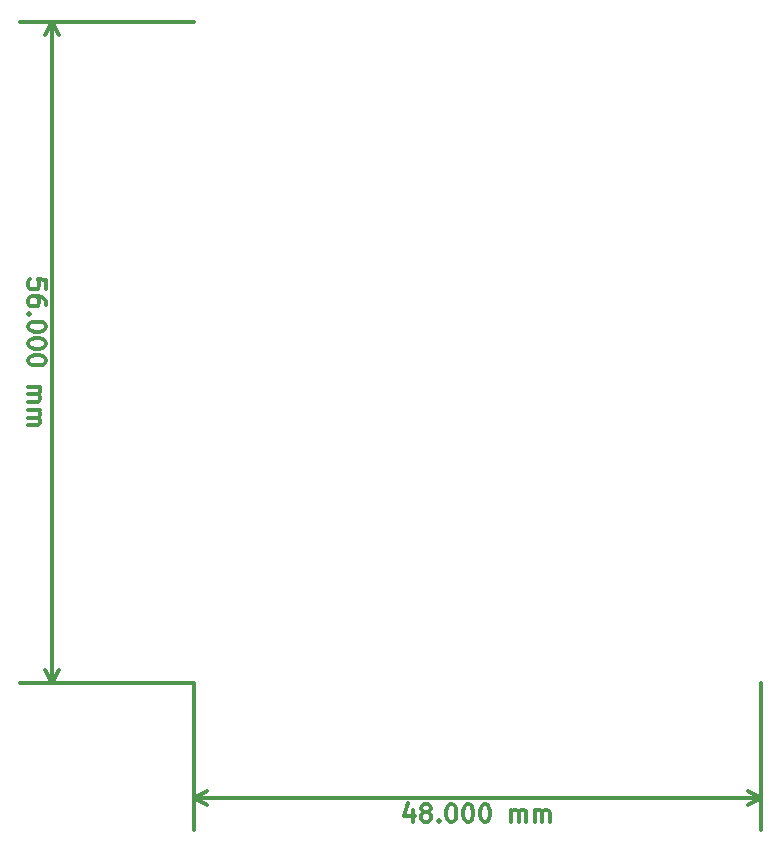
<source format=gbr>
G04 #@! TF.FileFunction,Drawing*
%FSLAX46Y46*%
G04 Gerber Fmt 4.6, Leading zero omitted, Abs format (unit mm)*
G04 Created by KiCad (PCBNEW (2016-11-21 revision f7cc0a9)-makepkg) date 06/05/17 10:20:09*
%MOMM*%
%LPD*%
G01*
G04 APERTURE LIST*
%ADD10C,0.100000*%
%ADD11C,0.300000*%
G04 APERTURE END LIST*
D10*
D11*
X118500000Y-116728570D02*
X118500000Y-117728570D01*
X118142857Y-116157141D02*
X117785714Y-117228570D01*
X118714285Y-117228570D01*
X119500000Y-116871427D02*
X119357142Y-116799999D01*
X119285714Y-116728570D01*
X119214285Y-116585713D01*
X119214285Y-116514284D01*
X119285714Y-116371427D01*
X119357142Y-116299999D01*
X119500000Y-116228570D01*
X119785714Y-116228570D01*
X119928571Y-116299999D01*
X120000000Y-116371427D01*
X120071428Y-116514284D01*
X120071428Y-116585713D01*
X120000000Y-116728570D01*
X119928571Y-116799999D01*
X119785714Y-116871427D01*
X119500000Y-116871427D01*
X119357142Y-116942856D01*
X119285714Y-117014284D01*
X119214285Y-117157141D01*
X119214285Y-117442856D01*
X119285714Y-117585713D01*
X119357142Y-117657141D01*
X119500000Y-117728570D01*
X119785714Y-117728570D01*
X119928571Y-117657141D01*
X120000000Y-117585713D01*
X120071428Y-117442856D01*
X120071428Y-117157141D01*
X120000000Y-117014284D01*
X119928571Y-116942856D01*
X119785714Y-116871427D01*
X120714285Y-117585713D02*
X120785714Y-117657141D01*
X120714285Y-117728570D01*
X120642857Y-117657141D01*
X120714285Y-117585713D01*
X120714285Y-117728570D01*
X121714285Y-116228570D02*
X121857142Y-116228570D01*
X122000000Y-116299999D01*
X122071428Y-116371427D01*
X122142857Y-116514284D01*
X122214285Y-116799999D01*
X122214285Y-117157141D01*
X122142857Y-117442856D01*
X122071428Y-117585713D01*
X122000000Y-117657141D01*
X121857142Y-117728570D01*
X121714285Y-117728570D01*
X121571428Y-117657141D01*
X121500000Y-117585713D01*
X121428571Y-117442856D01*
X121357142Y-117157141D01*
X121357142Y-116799999D01*
X121428571Y-116514284D01*
X121500000Y-116371427D01*
X121571428Y-116299999D01*
X121714285Y-116228570D01*
X123142857Y-116228570D02*
X123285714Y-116228570D01*
X123428571Y-116299999D01*
X123500000Y-116371427D01*
X123571428Y-116514284D01*
X123642857Y-116799999D01*
X123642857Y-117157141D01*
X123571428Y-117442856D01*
X123500000Y-117585713D01*
X123428571Y-117657141D01*
X123285714Y-117728570D01*
X123142857Y-117728570D01*
X123000000Y-117657141D01*
X122928571Y-117585713D01*
X122857142Y-117442856D01*
X122785714Y-117157141D01*
X122785714Y-116799999D01*
X122857142Y-116514284D01*
X122928571Y-116371427D01*
X123000000Y-116299999D01*
X123142857Y-116228570D01*
X124571428Y-116228570D02*
X124714285Y-116228570D01*
X124857142Y-116299999D01*
X124928571Y-116371427D01*
X125000000Y-116514284D01*
X125071428Y-116799999D01*
X125071428Y-117157141D01*
X125000000Y-117442856D01*
X124928571Y-117585713D01*
X124857142Y-117657141D01*
X124714285Y-117728570D01*
X124571428Y-117728570D01*
X124428571Y-117657141D01*
X124357142Y-117585713D01*
X124285714Y-117442856D01*
X124214285Y-117157141D01*
X124214285Y-116799999D01*
X124285714Y-116514284D01*
X124357142Y-116371427D01*
X124428571Y-116299999D01*
X124571428Y-116228570D01*
X126857142Y-117728570D02*
X126857142Y-116728570D01*
X126857142Y-116871427D02*
X126928571Y-116799999D01*
X127071428Y-116728570D01*
X127285714Y-116728570D01*
X127428571Y-116799999D01*
X127500000Y-116942856D01*
X127500000Y-117728570D01*
X127500000Y-116942856D02*
X127571428Y-116799999D01*
X127714285Y-116728570D01*
X127928571Y-116728570D01*
X128071428Y-116799999D01*
X128142857Y-116942856D01*
X128142857Y-117728570D01*
X128857142Y-117728570D02*
X128857142Y-116728570D01*
X128857142Y-116871427D02*
X128928571Y-116799999D01*
X129071428Y-116728570D01*
X129285714Y-116728570D01*
X129428571Y-116799999D01*
X129500000Y-116942856D01*
X129500000Y-117728570D01*
X129500000Y-116942856D02*
X129571428Y-116799999D01*
X129714285Y-116728570D01*
X129928571Y-116728570D01*
X130071428Y-116799999D01*
X130142857Y-116942856D01*
X130142857Y-117728570D01*
X100000000Y-115699999D02*
X148000000Y-115699999D01*
X100000000Y-106000000D02*
X100000000Y-118399999D01*
X148000000Y-106000000D02*
X148000000Y-118399999D01*
X148000000Y-115699999D02*
X146873496Y-116286420D01*
X148000000Y-115699999D02*
X146873496Y-115113578D01*
X100000000Y-115699999D02*
X101126504Y-116286420D01*
X100000000Y-115699999D02*
X101126504Y-115113578D01*
X87471429Y-72571428D02*
X87471429Y-71857142D01*
X86757143Y-71785714D01*
X86828572Y-71857142D01*
X86900001Y-72000000D01*
X86900001Y-72357142D01*
X86828572Y-72500000D01*
X86757143Y-72571428D01*
X86614286Y-72642857D01*
X86257143Y-72642857D01*
X86114286Y-72571428D01*
X86042858Y-72500000D01*
X85971429Y-72357142D01*
X85971429Y-72000000D01*
X86042858Y-71857142D01*
X86114286Y-71785714D01*
X87471429Y-73928571D02*
X87471429Y-73642857D01*
X87400001Y-73500000D01*
X87328572Y-73428571D01*
X87114286Y-73285714D01*
X86828572Y-73214285D01*
X86257143Y-73214285D01*
X86114286Y-73285714D01*
X86042858Y-73357142D01*
X85971429Y-73500000D01*
X85971429Y-73785714D01*
X86042858Y-73928571D01*
X86114286Y-74000000D01*
X86257143Y-74071428D01*
X86614286Y-74071428D01*
X86757143Y-74000000D01*
X86828572Y-73928571D01*
X86900001Y-73785714D01*
X86900001Y-73500000D01*
X86828572Y-73357142D01*
X86757143Y-73285714D01*
X86614286Y-73214285D01*
X86114286Y-74714285D02*
X86042858Y-74785714D01*
X85971429Y-74714285D01*
X86042858Y-74642857D01*
X86114286Y-74714285D01*
X85971429Y-74714285D01*
X87471429Y-75714285D02*
X87471429Y-75857142D01*
X87400001Y-76000000D01*
X87328572Y-76071428D01*
X87185715Y-76142857D01*
X86900001Y-76214285D01*
X86542858Y-76214285D01*
X86257143Y-76142857D01*
X86114286Y-76071428D01*
X86042858Y-76000000D01*
X85971429Y-75857142D01*
X85971429Y-75714285D01*
X86042858Y-75571428D01*
X86114286Y-75500000D01*
X86257143Y-75428571D01*
X86542858Y-75357142D01*
X86900001Y-75357142D01*
X87185715Y-75428571D01*
X87328572Y-75500000D01*
X87400001Y-75571428D01*
X87471429Y-75714285D01*
X87471429Y-77142857D02*
X87471429Y-77285714D01*
X87400001Y-77428571D01*
X87328572Y-77500000D01*
X87185715Y-77571428D01*
X86900001Y-77642857D01*
X86542858Y-77642857D01*
X86257143Y-77571428D01*
X86114286Y-77500000D01*
X86042858Y-77428571D01*
X85971429Y-77285714D01*
X85971429Y-77142857D01*
X86042858Y-77000000D01*
X86114286Y-76928571D01*
X86257143Y-76857142D01*
X86542858Y-76785714D01*
X86900001Y-76785714D01*
X87185715Y-76857142D01*
X87328572Y-76928571D01*
X87400001Y-77000000D01*
X87471429Y-77142857D01*
X87471429Y-78571428D02*
X87471429Y-78714285D01*
X87400001Y-78857142D01*
X87328572Y-78928571D01*
X87185715Y-79000000D01*
X86900001Y-79071428D01*
X86542858Y-79071428D01*
X86257143Y-79000000D01*
X86114286Y-78928571D01*
X86042858Y-78857142D01*
X85971429Y-78714285D01*
X85971429Y-78571428D01*
X86042858Y-78428571D01*
X86114286Y-78357142D01*
X86257143Y-78285714D01*
X86542858Y-78214285D01*
X86900001Y-78214285D01*
X87185715Y-78285714D01*
X87328572Y-78357142D01*
X87400001Y-78428571D01*
X87471429Y-78571428D01*
X85971429Y-80857142D02*
X86971429Y-80857142D01*
X86828572Y-80857142D02*
X86900001Y-80928571D01*
X86971429Y-81071428D01*
X86971429Y-81285714D01*
X86900001Y-81428571D01*
X86757143Y-81500000D01*
X85971429Y-81500000D01*
X86757143Y-81500000D02*
X86900001Y-81571428D01*
X86971429Y-81714285D01*
X86971429Y-81928571D01*
X86900001Y-82071428D01*
X86757143Y-82142857D01*
X85971429Y-82142857D01*
X85971429Y-82857142D02*
X86971429Y-82857142D01*
X86828572Y-82857142D02*
X86900001Y-82928571D01*
X86971429Y-83071428D01*
X86971429Y-83285714D01*
X86900001Y-83428571D01*
X86757143Y-83500000D01*
X85971429Y-83500000D01*
X86757143Y-83500000D02*
X86900001Y-83571428D01*
X86971429Y-83714285D01*
X86971429Y-83928571D01*
X86900001Y-84071428D01*
X86757143Y-84142857D01*
X85971429Y-84142857D01*
X88000001Y-50000000D02*
X88000001Y-106000000D01*
X100000000Y-50000000D02*
X85300001Y-50000000D01*
X100000000Y-106000000D02*
X85300001Y-106000000D01*
X88000001Y-106000000D02*
X87413580Y-104873496D01*
X88000001Y-106000000D02*
X88586422Y-104873496D01*
X88000001Y-50000000D02*
X87413580Y-51126504D01*
X88000001Y-50000000D02*
X88586422Y-51126504D01*
M02*

</source>
